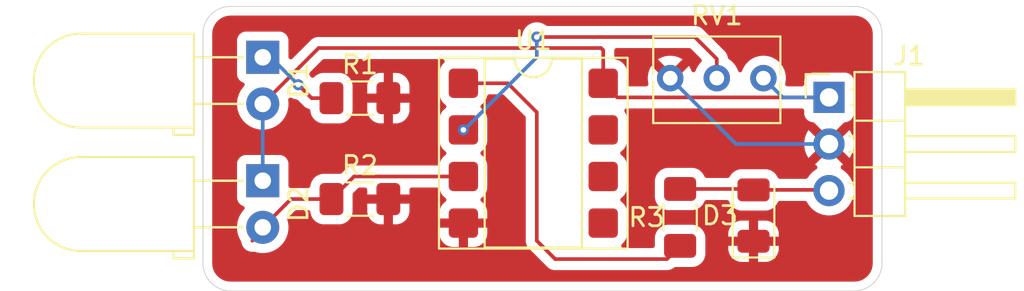
<source format=kicad_pcb>
(kicad_pcb (version 20241229) (generator "pcbnew") (generator_version "9.0")
  (layers (0 "F.Cu" signal) (2 "B.Cu" signal) (13 "F.Paste" user) (15 "B.Paste" user) (5 "F.SilkS" user "F.Silkscreen") (7 "B.SilkS" user "B.Silkscreen") (1 "F.Mask" user) (3 "B.Mask" user) (25 "Edge.Cuts" user))
  (net 0 "")
  (net 1 "+5V")
  (net 2 "Net-(D1-K)")
  (net 3 "Net-(D2-A)")
  (net 4 "GND")
  (net 5 "OUT")
  (net 6 "Net-(R3-Pad1)")
  (net 7 "Net-(U1A--)")
  (footprint "Potentiometer_THT:Potentiometer_Bourns_3266Y_Vertical" (layer "F.Cu") (at 162.35 95.64)
    (property "Reference" "RV1" (at -2.54 -3.41 0) (layer "F.SilkS"))
    (property "Value" "10k")
    (fp_line (start -6.005 -2.27) (end 0.925 -2.27) (stroke (width 0.12)) (layer "F.SilkS"))
    (fp_line (start -6.005 -0.217) (end -6.005 -2.27) (stroke (width 0.12)) (layer "F.SilkS"))
    (fp_line (start -6.005 2.45) (end -6.005 0.217) (stroke (width 0.12)) (layer "F.SilkS"))
    (fp_line (start 0.925 -2.27) (end 0.925 -0.217) (stroke (width 0.12)) (layer "F.SilkS"))
    (fp_line (start 0.925 0.217) (end 0.925 2.45) (stroke (width 0.12)) (layer "F.SilkS"))
    (fp_line (start 0.925 2.45) (end -6.005 2.45) (stroke (width 0.12)) (layer "F.SilkS"))
    (pad "1" thru_hole circle (at 0 0) (size 1.44 1.44) (drill 0.8) (layers "*.Cu" "*.Mask") (net 1 "+5V"))
    (pad "2" thru_hole circle (at -2.54 0) (size 1.44 1.44) (drill 0.8) (layers "*.Cu" "*.Mask") (net 7 "Net-(U1A--)"))
    (pad "3" thru_hole circle (at -5.08 0) (size 1.44 1.44) (drill 0.8) (layers "*.Cu" "*.Mask") (net 4 "GND"))
  )
  (footprint "LED_THT:LED_D5.0mm_Horizontal_O3.81mm_Z3.0mm" (layer "F.Cu") (at 135.065 94.505 -90)
    (property "Reference" "D1" (at 1.27 -1.96 90) (layer "F.SilkS"))
    (property "Value" "IR_LED")
    (fp_line (start 3.83 4.87) (end 3.83 3.75) (stroke (width 0.12)) (layer "F.SilkS"))
    (fp_line (start 4.23 4.87) (end 3.83 4.87) (stroke (width 0.12)) (layer "F.SilkS"))
    (fp_line (start -1.29 3.75) (end -1.29 9.91) (stroke (width 0.12)) (layer "F.SilkS"))
    (fp_line (start -1.29 3.75) (end 3.83 3.75) (stroke (width 0.12)) (layer "F.SilkS"))
    (fp_line (start 0 3.75) (end 0 1.08) (stroke (width 0.12)) (layer "F.SilkS"))
    (fp_line (start 2.54 3.75) (end 2.54 1.08) (stroke (width 0.12)) (layer "F.SilkS"))
    (fp_line (start 3.83 3.75) (end 3.83 9.91) (stroke (width 0.12)) (layer "F.SilkS"))
    (fp_line (start 3.83 3.75) (end 4.23 3.75) (stroke (width 0.12)) (layer "F.SilkS"))
    (fp_line (start 4.23 3.75) (end 4.23 4.87) (stroke (width 0.12)) (layer "F.SilkS"))
    (fp_line (start 0 1.08) (end 0 3.75) (stroke (width 0.12)) (layer "F.SilkS"))
    (fp_line (start 2.54 1.08) (end 2.54 3.75) (stroke (width 0.12)) (layer "F.SilkS"))
    (fp_arc (start 3.83 9.91) (mid 1.27 12.47) (end -1.29 9.91) (stroke (width 0.12)) (layer "F.SilkS"))
    (pad "1" thru_hole rect (at 0 0 270) (size 1.8 1.8) (drill 0.9) (layers "*.Cu" "*.Mask") (net 2 "Net-(D1-K)"))
    (pad "2" thru_hole circle (at 2.54 0 270) (size 1.8 1.8) (drill 0.9) (layers "*.Cu" "*.Mask") (net 1 "+5V"))
  )
  (footprint "Resistor_SMD:R_1206_3216Metric_Pad1.30x1.75mm_HandSolder" (layer "F.Cu") (at 140.36 102.23)
    (property "Reference" "R2" (at 0 -1.83 0) (layer "F.SilkS"))
    (property "Value" "10k")
    (fp_line (start -0.727064 -0.91) (end 0.727064 -0.91) (stroke (width 0.12)) (layer "F.SilkS"))
    (fp_line (start -0.727064 0.91) (end 0.727064 0.91) (stroke (width 0.12)) (layer "F.SilkS"))
    (pad "1" smd roundrect (at -1.55 0) (size 1.3 1.75) (layers "F.Cu" "F.Mask" "F.Paste") (roundrect_rratio 0.192308) (net 3 "Net-(D2-A)"))
    (pad "2" smd roundrect (at 1.55 0) (size 1.3 1.75) (layers "F.Cu" "F.Mask" "F.Paste") (roundrect_rratio 0.192308) (net 4 "GND"))
  )
  (footprint "Connector_PinHeader_2.54mm:PinHeader_1x03_P2.54mm_Horizontal" (layer "F.Cu") (at 165.925 96.69)
    (property "Reference" "J1" (at 4.385 -2.27 0) (layer "F.SilkS"))
    (property "Value" "Conn_01x03_Pin")
    (fp_line (start -1.27 -1.27) (end 0 -1.27) (stroke (width 0.12)) (layer "F.SilkS"))
    (fp_line (start -1.27 0) (end -1.27 -1.27) (stroke (width 0.12)) (layer "F.SilkS"))
    (fp_line (start 1.077358 2.11) (end 1.39 2.11) (stroke (width 0.12)) (layer "F.SilkS"))
    (fp_line (start 1.077358 2.97) (end 1.39 2.97) (stroke (width 0.12)) (layer "F.SilkS"))
    (fp_line (start 1.077358 4.65) (end 1.39 4.65) (stroke (width 0.12)) (layer "F.SilkS"))
    (fp_line (start 1.077358 5.51) (end 1.39 5.51) (stroke (width 0.12)) (layer "F.SilkS"))
    (fp_line (start 1.16 -0.43) (end 1.39 -0.43) (stroke (width 0.12)) (layer "F.SilkS"))
    (fp_line (start 1.16 0.43) (end 1.39 0.43) (stroke (width 0.12)) (layer "F.SilkS"))
    (fp_line (start 1.39 -1.38) (end 1.39 6.46) (stroke (width 0.12)) (layer "F.SilkS"))
    (fp_line (start 1.39 1.27) (end 4.15 1.27) (stroke (width 0.12)) (layer "F.SilkS"))
    (fp_line (start 1.39 3.81) (end 4.15 3.81) (stroke (width 0.12)) (layer "F.SilkS"))
    (fp_line (start 1.39 6.46) (end 4.15 6.46) (stroke (width 0.12)) (layer "F.SilkS"))
    (fp_line (start 4.15 -1.38) (end 1.39 -1.38) (stroke (width 0.12)) (layer "F.SilkS"))
    (fp_line (start 4.15 2.11) (end 10.15 2.11) (stroke (width 0.12)) (layer "F.SilkS"))
    (fp_line (start 4.15 4.65) (end 10.15 4.65) (stroke (width 0.12)) (layer "F.SilkS"))
    (fp_line (start 4.15 6.46) (end 4.15 -1.38) (stroke (width 0.12)) (layer "F.SilkS"))
    (fp_line (start 10.15 2.11) (end 10.15 2.97) (stroke (width 0.12)) (layer "F.SilkS"))
    (fp_line (start 10.15 2.97) (end 4.15 2.97) (stroke (width 0.12)) (layer "F.SilkS"))
    (fp_line (start 10.15 4.65) (end 10.15 5.51) (stroke (width 0.12)) (layer "F.SilkS"))
    (fp_line (start 10.15 5.51) (end 4.15 5.51) (stroke (width 0.12)) (layer "F.SilkS"))
    (fp_rect (start 4.15 -0.43) (end 10.15 0.43) (stroke (width 0.12)) (fill yes) (layer "F.SilkS"))
    (pad "1" thru_hole rect (at 0 0) (size 1.7 1.7) (drill 1) (layers "*.Cu" "*.Mask") (net 1 "+5V"))
    (pad "2" thru_hole circle (at 0 2.54) (size 1.7 1.7) (drill 1) (layers "*.Cu" "*.Mask") (net 4 "GND"))
    (pad "3" thru_hole circle (at 0 5.08) (size 1.7 1.7) (drill 1) (layers "*.Cu" "*.Mask") (net 5 "OUT"))
  )
  (footprint "Package_DIP:DIP-8_W7.62mm_SMDSocket_SmallPads" (layer "F.Cu") (at 149.81 99.73)
    (property "Reference" "U1" (at 0 -6.14 0) (layer "F.SilkS"))
    (property "Value" "LM358")
    (fp_line (start -2.65 -5.14) (end -2.65 5.14) (stroke (width 0.12)) (layer "F.SilkS"))
    (fp_line (start -2.65 5.14) (end 2.65 5.14) (stroke (width 0.12)) (layer "F.SilkS"))
    (fp_line (start -1 -5.14) (end -2.65 -5.14) (stroke (width 0.12)) (layer "F.SilkS"))
    (fp_line (start 2.65 -5.14) (end 1 -5.14) (stroke (width 0.12)) (layer "F.SilkS"))
    (fp_line (start 2.65 5.14) (end 2.65 -5.14) (stroke (width 0.12)) (layer "F.SilkS"))
    (fp_rect (start -5.14 -5.2) (end 5.14 5.2) (stroke (width 0.12)) (fill no) (layer "F.SilkS"))
    (fp_arc (start 1 -5.14) (mid 0 -4.14) (end -1 -5.14) (stroke (width 0.12)) (layer "F.SilkS"))
    (pad "1" smd roundrect (at -3.81 -3.81) (size 1.6 1.6) (layers "F.Cu" "F.Mask" "F.Paste") (roundrect_rratio 0.15625) (net 6 "Net-(R3-Pad1)"))
    (pad "2" smd roundrect (at -3.81 -1.27) (size 1.6 1.6) (layers "F.Cu" "F.Mask" "F.Paste") (roundrect_rratio 0.15625) (net 7 "Net-(U1A--)"))
    (pad "3" smd roundrect (at -3.81 1.27) (size 1.6 1.6) (layers "F.Cu" "F.Mask" "F.Paste") (roundrect_rratio 0.15625) (net 3 "Net-(D2-A)"))
    (pad "4" smd roundrect (at -3.81 3.81) (size 1.6 1.6) (layers "F.Cu" "F.Mask" "F.Paste") (roundrect_rratio 0.15625) (net 4 "GND"))
    (pad "5" smd roundrect (at 3.81 3.81) (size 1.6 1.6) (layers "F.Cu" "F.Mask" "F.Paste") (roundrect_rratio 0.15625))
    (pad "6" smd roundrect (at 3.81 1.27) (size 1.6 1.6) (layers "F.Cu" "F.Mask" "F.Paste") (roundrect_rratio 0.15625))
    (pad "7" smd roundrect (at 3.81 -1.27) (size 1.6 1.6) (layers "F.Cu" "F.Mask" "F.Paste") (roundrect_rratio 0.15625))
    (pad "8" smd roundrect (at 3.81 -3.81) (size 1.6 1.6) (layers "F.Cu" "F.Mask" "F.Paste") (roundrect_rratio 0.15625) (net 1 "+5V"))
  )
  (footprint "Resistor_SMD:R_1206_3216Metric_Pad1.30x1.75mm_HandSolder" (layer "F.Cu") (at 140.36 96.73)
    (property "Reference" "R1" (at 0 -1.83 0) (layer "F.SilkS"))
    (property "Value" "100")
    (fp_line (start -0.727064 -0.91) (end 0.727064 -0.91) (stroke (width 0.12)) (layer "F.SilkS"))
    (fp_line (start -0.727064 0.91) (end 0.727064 0.91) (stroke (width 0.12)) (layer "F.SilkS"))
    (pad "1" smd roundrect (at -1.55 0) (size 1.3 1.75) (layers "F.Cu" "F.Mask" "F.Paste") (roundrect_rratio 0.192308) (net 2 "Net-(D1-K)"))
    (pad "2" smd roundrect (at 1.55 0) (size 1.3 1.75) (layers "F.Cu" "F.Mask" "F.Paste") (roundrect_rratio 0.192308) (net 4 "GND"))
  )
  (footprint "LED_SMD:LED_1206_3216Metric" (layer "F.Cu") (at 161.81 103.13 90)
    (property "Reference" "D3" (at 0 -1.83 180) (layer "F.SilkS"))
    (property "Value" "OUT_LED")
    (fp_line (start 1.6 -1.135) (end -2.285 -1.135) (stroke (width 0.12)) (layer "F.SilkS"))
    (fp_line (start -2.285 -1.135) (end -2.285 1.135) (stroke (width 0.12)) (layer "F.SilkS"))
    (fp_line (start -2.285 1.135) (end 1.6 1.135) (stroke (width 0.12)) (layer "F.SilkS"))
    (pad "1" smd roundrect (at -1.4 0 90) (size 1.25 1.75) (layers "F.Cu" "F.Mask" "F.Paste") (roundrect_rratio 0.2) (net 4 "GND"))
    (pad "2" smd roundrect (at 1.4 0 90) (size 1.25 1.75) (layers "F.Cu" "F.Mask" "F.Paste") (roundrect_rratio 0.2) (net 5 "OUT"))
  )
  (footprint "LED_THT:LED_D5.0mm_Horizontal_O3.81mm_Z3.0mm" (layer "F.Cu") (at 135.065 101.23 -90)
    (property "Reference" "D2" (at 1.27 -1.96 90) (layer "F.SilkS"))
    (property "Value" "D_Photo")
    (fp_line (start 3.83 4.87) (end 3.83 3.75) (stroke (width 0.12)) (layer "F.SilkS"))
    (fp_line (start 4.23 4.87) (end 3.83 4.87) (stroke (width 0.12)) (layer "F.SilkS"))
    (fp_line (start -1.29 3.75) (end -1.29 9.91) (stroke (width 0.12)) (layer "F.SilkS"))
    (fp_line (start -1.29 3.75) (end 3.83 3.75) (stroke (width 0.12)) (layer "F.SilkS"))
    (fp_line (start 0 3.75) (end 0 1.08) (stroke (width 0.12)) (layer "F.SilkS"))
    (fp_line (start 2.54 3.75) (end 2.54 1.08) (stroke (width 0.12)) (layer "F.SilkS"))
    (fp_line (start 3.83 3.75) (end 3.83 9.91) (stroke (width 0.12)) (layer "F.SilkS"))
    (fp_line (start 3.83 3.75) (end 4.23 3.75) (stroke (width 0.12)) (layer "F.SilkS"))
    (fp_line (start 4.23 3.75) (end 4.23 4.87) (stroke (width 0.12)) (layer "F.SilkS"))
    (fp_line (start 0 1.08) (end 0 3.75) (stroke (width 0.12)) (layer "F.SilkS"))
    (fp_line (start 2.54 1.08) (end 2.54 3.75) (stroke (width 0.12)) (layer "F.SilkS"))
    (fp_arc (start 3.83 9.91) (mid 1.27 12.47) (end -1.29 9.91) (stroke (width 0.12)) (layer "F.SilkS"))
    (pad "1" thru_hole rect (at 0 0 270) (size 1.8 1.8) (drill 0.9) (layers "*.Cu" "*.Mask") (net 1 "+5V"))
    (pad "2" thru_hole circle (at 2.54 0 270) (size 1.8 1.8) (drill 0.9) (layers "*.Cu" "*.Mask") (net 3 "Net-(D2-A)"))
  )
  (footprint "Resistor_SMD:R_1206_3216Metric_Pad1.30x1.75mm_HandSolder" (layer "F.Cu") (at 157.81 103.23 90)
    (property "Reference" "R3" (at 0 -1.83 180) (layer "F.SilkS"))
    (property "Value" "330")
    (fp_line (start -0.727064 -0.91) (end 0.727064 -0.91) (stroke (width 0.12)) (layer "F.SilkS"))
    (fp_line (start -0.727064 0.91) (end 0.727064 0.91) (stroke (width 0.12)) (layer "F.SilkS"))
    (pad "1" smd roundrect (at -1.55 0 90) (size 1.3 1.75) (layers "F.Cu" "F.Mask" "F.Paste") (roundrect_rratio 0.192308) (net 6 "Net-(R3-Pad1)"))
    (pad "2" smd roundrect (at 1.55 0 90) (size 1.3 1.75) (layers "F.Cu" "F.Mask" "F.Paste") (roundrect_rratio 0.192308) (net 5 "OUT"))
  )
  (gr_arc (start 131.81 93.23) (mid 132.24934 92.16934) (end 133.31 91.73) (stroke (width 0.05)) (layer "Edge.Cuts"))
  (gr_line (start 131.81 93.23) (end 131.81 105.73) (stroke (width 0.05)) (layer "Edge.Cuts"))
  (gr_line (start 167.31 91.73) (end 133.31 91.73) (stroke (width 0.05)) (layer "Edge.Cuts"))
  (gr_line (start 167.31 107.23) (end 133.31 107.23) (stroke (width 0.05)) (layer "Edge.Cuts"))
  (gr_arc (start 133.31 107.23) (mid 132.24934 106.79066) (end 131.81 105.73) (stroke (width 0.05)) (layer "Edge.Cuts"))
  (gr_arc (start 167.31 91.73) (mid 168.37066 92.16934) (end 168.81 93.23) (stroke (width 0.05)) (layer "Edge.Cuts"))
  (gr_arc (start 168.81 105.73) (mid 168.37066 106.79066) (end 167.31 107.23) (stroke (width 0.05)) (layer "Edge.Cuts"))
  (gr_line (start 168.81 105.73) (end 168.81 93.23) (stroke (width 0.05)) (layer "Edge.Cuts"))
  (segment (start 153.5 94) (end 138.11 94) (width 0.2) (layer "F.Cu") (net 1))
  (segment (start 165.925 96.69) (end 154.39 96.69) (width 0.2) (layer "F.Cu") (net 1))
  (segment (start 138.11 94) (end 135.065 97.045) (width 0.2) (layer "F.Cu") (net 1))
  (segment (start 153.62 95.92) (end 153.62 94.12) (width 0.2) (layer "F.Cu") (net 1))
  (segment (start 154.39 96.69) (end 153.62 95.92) (width 0.2) (layer "F.Cu") (net 1))
  (segment (start 153.62 94.12) (end 153.5 94) (width 0.2) (layer "F.Cu") (net 1))
  (segment (start 135.065 97.045) (end 135.065 101.23) (width 0.2) (layer "B.Cu") (net 1))
  (segment (start 163.4 96.69) (end 162.35 95.64) (width 0.2) (layer "B.Cu") (net 1))
  (segment (start 165.925 96.69) (end 163.4 96.69) (width 0.2) (layer "B.Cu") (net 1))
  (segment (start 137 96) (end 137.73 96.73) (width 0.2) (layer "F.Cu") (net 2))
  (segment (start 138.81 96.73) (end 137.73 96.73) (width 0.2) (layer "F.Cu") (net 2))
  (via (at 137 96) (size 0.6) (drill 0.3) (layers "F.Cu" "B.Cu") (net 2))
  (segment (start 135.065 94.505) (end 135.505 94.505) (width 0.2) (layer "B.Cu") (net 2))
  (segment (start 135.505 94.505) (end 137 96) (width 0.2) (layer "B.Cu") (net 2))
  (segment (start 135.065 103.935) (end 134.5 104.5) (width 0.2) (layer "F.Cu") (net 3))
  (segment (start 138.81 102.23) (end 140.04 101) (width 0.2) (layer "F.Cu") (net 3))
  (segment (start 135.065 103.77) (end 136.605 102.23) (width 0.2) (layer "F.Cu") (net 3))
  (segment (start 140.04 101) (end 146 101) (width 0.2) (layer "F.Cu") (net 3))
  (segment (start 135.065 103.77) (end 135.065 103.935) (width 0.2) (layer "F.Cu") (net 3))
  (segment (start 136.605 102.23) (end 138.81 102.23) (width 0.2) (layer "F.Cu") (net 3))
  (segment (start 165.925 99.075) (end 166 99) (width 0.2) (layer "F.Cu") (net 4))
  (segment (start 160.86 99.23) (end 165.925 99.23) (width 0.2) (layer "B.Cu") (net 4))
  (segment (start 157.27 95.64) (end 160.86 99.23) (width 0.2) (layer "B.Cu") (net 4))
  (segment (start 161.76 101.68) (end 161.81 101.73) (width 0.2) (layer "F.Cu") (net 5))
  (segment (start 157.81 101.68) (end 161.76 101.68) (width 0.2) (layer "F.Cu") (net 5))
  (segment (start 165.885 101.73) (end 165.925 101.77) (width 0.2) (layer "F.Cu") (net 5))
  (segment (start 161.81 101.73) (end 165.885 101.73) (width 0.2) (layer "F.Cu") (net 5))
  (segment (start 157.09 105.5) (end 157.81 104.78) (width 0.2) (layer "F.Cu") (net 6))
  (segment (start 146 95.92) (end 148.42 95.92) (width 0.2) (layer "F.Cu") (net 6))
  (segment (start 148.42 95.92) (end 150 97.5) (width 0.2) (layer "F.Cu") (net 6))
  (segment (start 146 96) (end 146.5 96.5) (width 0.2) (layer "F.Cu") (net 6))
  (segment (start 150 104.5) (end 151 105.5) (width 0.2) (layer "F.Cu") (net 6))
  (segment (start 151 105.5) (end 157.09 105.5) (width 0.2) (layer "F.Cu") (net 6))
  (segment (start 150 97.5) (end 150 104.5) (width 0.2) (layer "F.Cu") (net 6))
  (segment (start 146 95.92) (end 146 96) (width 0.2) (layer "F.Cu") (net 6))
  (segment (start 159.81 94.594) (end 158.616 93.4) (width 0.2) (layer "F.Cu") (net 7))
  (segment (start 159.81 95.64) (end 159.81 94.594) (width 0.2) (layer "F.Cu") (net 7))
  (segment (start 158.616 93.4) (end 150 93.4) (width 0.2) (layer "F.Cu") (net 7))
  (via (at 146 98.46) (size 0.6) (drill 0.3) (layers "F.Cu" "B.Cu") (net 7))
  (via (at 150 93.4) (size 0.6) (drill 0.3) (layers "F.Cu" "B.Cu") (net 7))
  (segment (start 150 94.5) (end 146 98.5) (width 0.2) (layer "B.Cu") (net 7))
  (segment (start 146 98.5) (end 146 98.46) (width 0.2) (layer "B.Cu") (net 7))
  (segment (start 150 93.4) (end 150 94.5) (width 0.2) (layer "B.Cu") (net 7))
  (zone (net 4) (net_name "GND") (layer "F.Cu") (connect_pads (clearance 0.5)) (min_thickness 0.25) (fill yes (thermal_gap 0.5) (thermal_bridge_width 0.5))
    (polygon (pts (xy 168.81 91.73) (xy 168.81 107.23) (xy 131.81 107.23) (xy 131.81 91.73)))
  )
)
</source>
